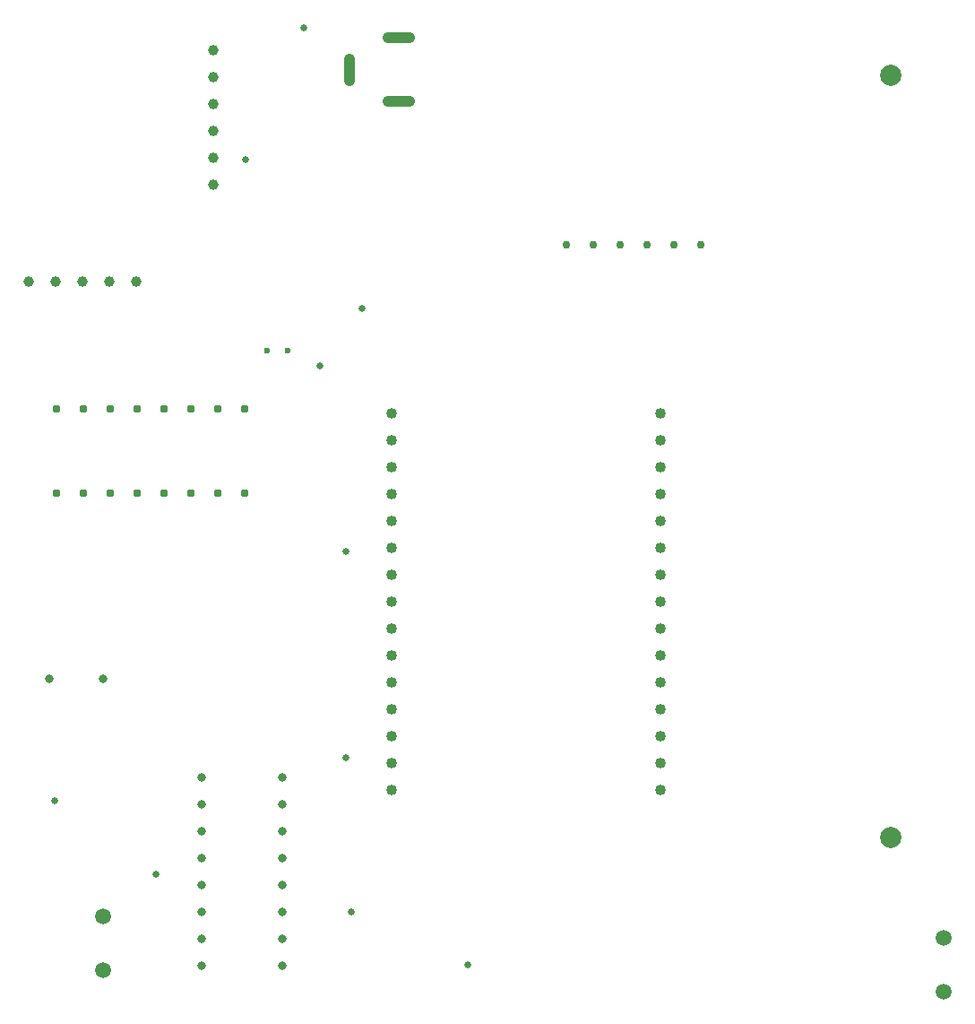
<source format=gbr>
%TF.GenerationSoftware,KiCad,Pcbnew,8.0.4*%
%TF.CreationDate,2024-09-09T18:44:09-05:00*%
%TF.ProjectId,PCB 1,50434220-312e-46b6-9963-61645f706362,rev?*%
%TF.SameCoordinates,Original*%
%TF.FileFunction,Plated,1,2,PTH,Mixed*%
%TF.FilePolarity,Positive*%
%FSLAX46Y46*%
G04 Gerber Fmt 4.6, Leading zero omitted, Abs format (unit mm)*
G04 Created by KiCad (PCBNEW 8.0.4) date 2024-09-09 18:44:09*
%MOMM*%
%LPD*%
G01*
G04 APERTURE LIST*
%TA.AperFunction,ComponentDrill*%
%ADD10C,0.600000*%
%TD*%
%TA.AperFunction,ViaDrill*%
%ADD11C,0.650000*%
%TD*%
%TA.AperFunction,ComponentDrill*%
%ADD12C,0.762000*%
%TD*%
%TA.AperFunction,ComponentDrill*%
%ADD13C,0.780000*%
%TD*%
%TA.AperFunction,ComponentDrill*%
%ADD14C,0.800000*%
%TD*%
%TA.AperFunction,ComponentDrill*%
%ADD15C,1.000000*%
%TD*%
G04 aperture for slot hole*
%TA.AperFunction,ComponentDrill*%
%ADD16C,1.000000*%
%TD*%
%TA.AperFunction,ComponentDrill*%
%ADD17C,1.020000*%
%TD*%
%TA.AperFunction,ComponentDrill*%
%ADD18C,1.520000*%
%TD*%
%TA.AperFunction,ComponentDrill*%
%ADD19C,2.000000*%
%TD*%
G04 APERTURE END LIST*
D10*
%TO.C,C2*%
X119500000Y-84000000D03*
X121500000Y-84000000D03*
%TD*%
D11*
X99500000Y-126500000D03*
X109000000Y-133500000D03*
X117500000Y-66000000D03*
X123000000Y-53500000D03*
X124500000Y-85500000D03*
X127000000Y-103000000D03*
X127000000Y-122500000D03*
X127500000Y-137000000D03*
X128500000Y-80000000D03*
X138500000Y-142000000D03*
D12*
%TO.C,U4*%
X147800000Y-74000000D03*
X150340000Y-74000000D03*
X152880000Y-74000000D03*
X155420000Y-74000000D03*
X157960000Y-74000000D03*
X160500000Y-74000000D03*
D13*
%TO.C,U3*%
X99610000Y-89530000D03*
X99610000Y-97470000D03*
X102150000Y-89530000D03*
X102150000Y-97470000D03*
X104690000Y-89530000D03*
X104690000Y-97470000D03*
X107230000Y-89530000D03*
X107230000Y-97470000D03*
X109770000Y-89530000D03*
X109770000Y-97470000D03*
X112310000Y-89530000D03*
X112310000Y-97470000D03*
X114850000Y-89530000D03*
X114850000Y-97470000D03*
X117390000Y-89530000D03*
X117390000Y-97470000D03*
D14*
%TO.C,C1*%
X99000000Y-115000000D03*
X104000000Y-115000000D03*
%TO.C,U2*%
X113380000Y-124300000D03*
X113380000Y-126840000D03*
X113380000Y-129380000D03*
X113380000Y-131920000D03*
X113380000Y-134460000D03*
X113380000Y-137000000D03*
X113380000Y-139540000D03*
X113380000Y-142080000D03*
X121000000Y-124300000D03*
X121000000Y-126840000D03*
X121000000Y-129380000D03*
X121000000Y-131920000D03*
X121000000Y-134460000D03*
X121000000Y-137000000D03*
X121000000Y-139540000D03*
X121000000Y-142080000D03*
D15*
%TO.C,J2*%
X97000000Y-77500000D03*
X99540000Y-77500000D03*
X102080000Y-77500000D03*
X104620000Y-77500000D03*
X107160000Y-77500000D03*
%TO.C,J1*%
X114475000Y-55625000D03*
X114475000Y-58165000D03*
X114475000Y-60705000D03*
X114475000Y-63245000D03*
X114475000Y-65785000D03*
X114475000Y-68325000D03*
D16*
%TO.C,J3*%
X127300000Y-58500000D02*
X127300000Y-56500000D01*
X131000000Y-54500000D02*
X133000000Y-54500000D01*
X131000000Y-60500000D02*
X133000000Y-60500000D01*
D17*
%TO.C,U1*%
X131300000Y-89955000D03*
X131300000Y-92495000D03*
X131300000Y-95035000D03*
X131300000Y-97575000D03*
X131300000Y-100115000D03*
X131300000Y-102655000D03*
X131300000Y-105195000D03*
X131300000Y-107735000D03*
X131300000Y-110275000D03*
X131300000Y-112815000D03*
X131300000Y-115355000D03*
X131300000Y-117895000D03*
X131300000Y-120435000D03*
X131300000Y-122975000D03*
X131300000Y-125515000D03*
X156700000Y-89955000D03*
X156700000Y-92495000D03*
X156700000Y-95035000D03*
X156700000Y-97575000D03*
X156700000Y-100115000D03*
X156700000Y-102655000D03*
X156700000Y-105195000D03*
X156700000Y-107735000D03*
X156700000Y-110275000D03*
X156700000Y-112815000D03*
X156700000Y-115355000D03*
X156700000Y-117895000D03*
X156700000Y-120435000D03*
X156700000Y-122975000D03*
X156700000Y-125515000D03*
D18*
%TO.C,J8*%
X104000000Y-137460000D03*
X104000000Y-142540000D03*
%TO.C,J7*%
X183500000Y-139460000D03*
X183500000Y-144540000D03*
D19*
%TO.C,BT1*%
X178500000Y-58000000D03*
X178500000Y-130000000D03*
M02*

</source>
